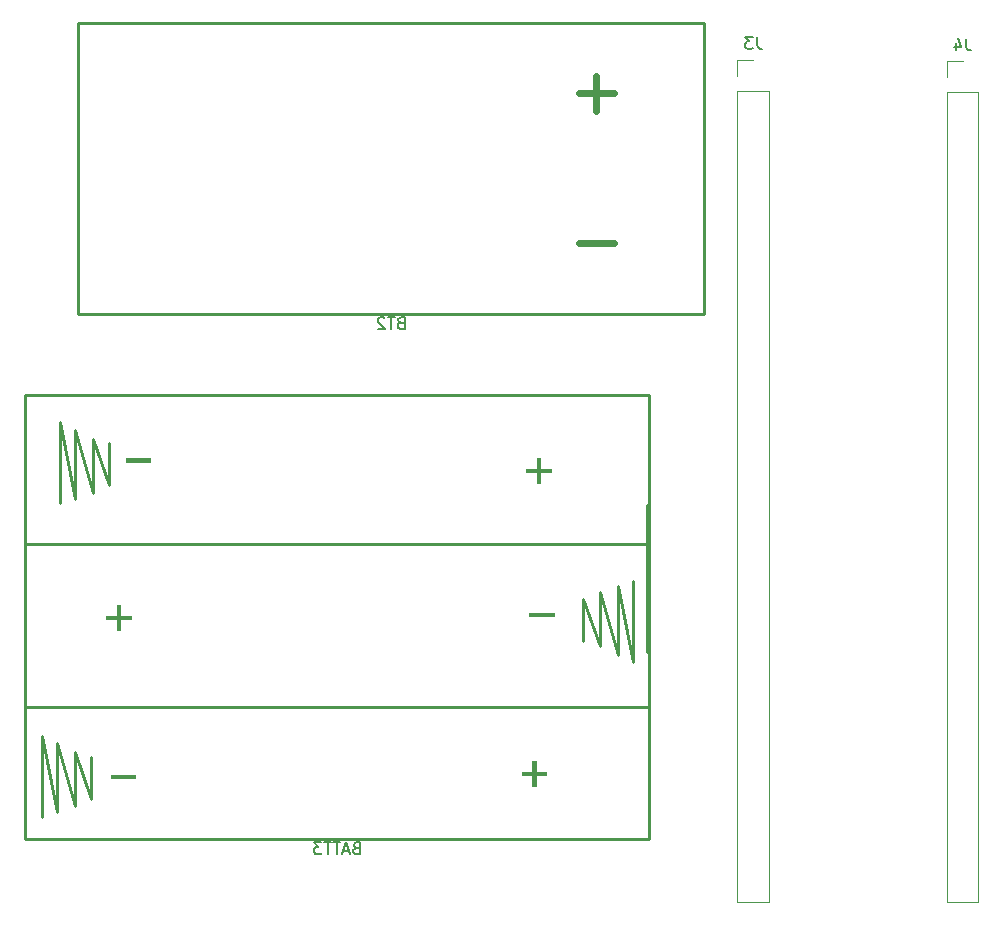
<source format=gbr>
%TF.GenerationSoftware,KiCad,Pcbnew,9.0.0*%
%TF.CreationDate,2025-11-19T14:43:49-05:00*%
%TF.ProjectId,ECE_362_final_proj,4543455f-3336-4325-9f66-696e616c5f70,rev?*%
%TF.SameCoordinates,Original*%
%TF.FileFunction,Legend,Bot*%
%TF.FilePolarity,Positive*%
%FSLAX46Y46*%
G04 Gerber Fmt 4.6, Leading zero omitted, Abs format (unit mm)*
G04 Created by KiCad (PCBNEW 9.0.0) date 2025-11-19 14:43:49*
%MOMM*%
%LPD*%
G01*
G04 APERTURE LIST*
%ADD10C,0.150000*%
%ADD11C,0.120000*%
%ADD12C,0.254000*%
%ADD13C,0.000000*%
%ADD14C,0.600000*%
G04 APERTURE END LIST*
D10*
X27974533Y-1076419D02*
X27974533Y-1790704D01*
X27974533Y-1790704D02*
X28022152Y-1933561D01*
X28022152Y-1933561D02*
X28117390Y-2028800D01*
X28117390Y-2028800D02*
X28260247Y-2076419D01*
X28260247Y-2076419D02*
X28355485Y-2076419D01*
X27069771Y-1409752D02*
X27069771Y-2076419D01*
X27307866Y-1028800D02*
X27545961Y-1743085D01*
X27545961Y-1743085D02*
X26926914Y-1743085D01*
X-23673761Y-69596009D02*
X-23816618Y-69643628D01*
X-23816618Y-69643628D02*
X-23864237Y-69691247D01*
X-23864237Y-69691247D02*
X-23911856Y-69786485D01*
X-23911856Y-69786485D02*
X-23911856Y-69929342D01*
X-23911856Y-69929342D02*
X-23864237Y-70024580D01*
X-23864237Y-70024580D02*
X-23816618Y-70072200D01*
X-23816618Y-70072200D02*
X-23721380Y-70119819D01*
X-23721380Y-70119819D02*
X-23340428Y-70119819D01*
X-23340428Y-70119819D02*
X-23340428Y-69119819D01*
X-23340428Y-69119819D02*
X-23673761Y-69119819D01*
X-23673761Y-69119819D02*
X-23768999Y-69167438D01*
X-23768999Y-69167438D02*
X-23816618Y-69215057D01*
X-23816618Y-69215057D02*
X-23864237Y-69310295D01*
X-23864237Y-69310295D02*
X-23864237Y-69405533D01*
X-23864237Y-69405533D02*
X-23816618Y-69500771D01*
X-23816618Y-69500771D02*
X-23768999Y-69548390D01*
X-23768999Y-69548390D02*
X-23673761Y-69596009D01*
X-23673761Y-69596009D02*
X-23340428Y-69596009D01*
X-24292809Y-69834104D02*
X-24768999Y-69834104D01*
X-24197571Y-70119819D02*
X-24530904Y-69119819D01*
X-24530904Y-69119819D02*
X-24864237Y-70119819D01*
X-25054714Y-69119819D02*
X-25626142Y-69119819D01*
X-25340428Y-70119819D02*
X-25340428Y-69119819D01*
X-25816619Y-69119819D02*
X-26388047Y-69119819D01*
X-26102333Y-70119819D02*
X-26102333Y-69119819D01*
X-26626143Y-69119819D02*
X-27245190Y-69119819D01*
X-27245190Y-69119819D02*
X-26911857Y-69500771D01*
X-26911857Y-69500771D02*
X-27054714Y-69500771D01*
X-27054714Y-69500771D02*
X-27149952Y-69548390D01*
X-27149952Y-69548390D02*
X-27197571Y-69596009D01*
X-27197571Y-69596009D02*
X-27245190Y-69691247D01*
X-27245190Y-69691247D02*
X-27245190Y-69929342D01*
X-27245190Y-69929342D02*
X-27197571Y-70024580D01*
X-27197571Y-70024580D02*
X-27149952Y-70072200D01*
X-27149952Y-70072200D02*
X-27054714Y-70119819D01*
X-27054714Y-70119819D02*
X-26769000Y-70119819D01*
X-26769000Y-70119819D02*
X-26673762Y-70072200D01*
X-26673762Y-70072200D02*
X-26626143Y-70024580D01*
X10265333Y-931819D02*
X10265333Y-1646104D01*
X10265333Y-1646104D02*
X10312952Y-1788961D01*
X10312952Y-1788961D02*
X10408190Y-1884200D01*
X10408190Y-1884200D02*
X10551047Y-1931819D01*
X10551047Y-1931819D02*
X10646285Y-1931819D01*
X9884380Y-931819D02*
X9265333Y-931819D01*
X9265333Y-931819D02*
X9598666Y-1312771D01*
X9598666Y-1312771D02*
X9455809Y-1312771D01*
X9455809Y-1312771D02*
X9360571Y-1360390D01*
X9360571Y-1360390D02*
X9312952Y-1408009D01*
X9312952Y-1408009D02*
X9265333Y-1503247D01*
X9265333Y-1503247D02*
X9265333Y-1741342D01*
X9265333Y-1741342D02*
X9312952Y-1836580D01*
X9312952Y-1836580D02*
X9360571Y-1884200D01*
X9360571Y-1884200D02*
X9455809Y-1931819D01*
X9455809Y-1931819D02*
X9741523Y-1931819D01*
X9741523Y-1931819D02*
X9836761Y-1884200D01*
X9836761Y-1884200D02*
X9884380Y-1836580D01*
X-19908285Y-25125009D02*
X-20051142Y-25172628D01*
X-20051142Y-25172628D02*
X-20098761Y-25220247D01*
X-20098761Y-25220247D02*
X-20146380Y-25315485D01*
X-20146380Y-25315485D02*
X-20146380Y-25458342D01*
X-20146380Y-25458342D02*
X-20098761Y-25553580D01*
X-20098761Y-25553580D02*
X-20051142Y-25601200D01*
X-20051142Y-25601200D02*
X-19955904Y-25648819D01*
X-19955904Y-25648819D02*
X-19574952Y-25648819D01*
X-19574952Y-25648819D02*
X-19574952Y-24648819D01*
X-19574952Y-24648819D02*
X-19908285Y-24648819D01*
X-19908285Y-24648819D02*
X-20003523Y-24696438D01*
X-20003523Y-24696438D02*
X-20051142Y-24744057D01*
X-20051142Y-24744057D02*
X-20098761Y-24839295D01*
X-20098761Y-24839295D02*
X-20098761Y-24934533D01*
X-20098761Y-24934533D02*
X-20051142Y-25029771D01*
X-20051142Y-25029771D02*
X-20003523Y-25077390D01*
X-20003523Y-25077390D02*
X-19908285Y-25125009D01*
X-19908285Y-25125009D02*
X-19574952Y-25125009D01*
X-20432095Y-24648819D02*
X-21003523Y-24648819D01*
X-20717809Y-25648819D02*
X-20717809Y-24648819D01*
X-21289238Y-24744057D02*
X-21336857Y-24696438D01*
X-21336857Y-24696438D02*
X-21432095Y-24648819D01*
X-21432095Y-24648819D02*
X-21670190Y-24648819D01*
X-21670190Y-24648819D02*
X-21765428Y-24696438D01*
X-21765428Y-24696438D02*
X-21813047Y-24744057D01*
X-21813047Y-24744057D02*
X-21860666Y-24839295D01*
X-21860666Y-24839295D02*
X-21860666Y-24934533D01*
X-21860666Y-24934533D02*
X-21813047Y-25077390D01*
X-21813047Y-25077390D02*
X-21241619Y-25648819D01*
X-21241619Y-25648819D02*
X-21860666Y-25648819D01*
D11*
%TO.C,J4*%
X26331200Y-2951600D02*
X26331200Y-4281600D01*
X26331200Y-5551600D02*
X26331200Y-74191600D01*
X27661200Y-2951600D02*
X26331200Y-2951600D01*
X28991200Y-5551600D02*
X26331200Y-5551600D01*
X28991200Y-5551600D02*
X28991200Y-74191600D01*
X28991200Y-74191600D02*
X26331200Y-74191600D01*
D12*
%TO.C,BATT3*%
X-51685000Y-31246000D02*
X1147000Y-31246000D01*
X-51685000Y-43883000D02*
X1147000Y-43883000D01*
X-51685000Y-57618000D02*
X1147000Y-57618000D01*
X-51685000Y-68838000D02*
X-51685000Y-31246000D01*
X-50288000Y-60075000D02*
X-49018000Y-66552000D01*
X-50288000Y-66933000D02*
X-50288000Y-60075000D01*
X-49018000Y-60710000D02*
X-47494000Y-66044000D01*
X-49018000Y-66552000D02*
X-49018000Y-60710000D01*
X-48764000Y-33532000D02*
X-47494000Y-40009000D01*
X-48764000Y-40390000D02*
X-48764000Y-33532000D01*
X-47494000Y-34167000D02*
X-45970000Y-39501000D01*
X-47494000Y-40009000D02*
X-47494000Y-34167000D01*
X-47494000Y-61472000D02*
X-46097000Y-65409000D01*
X-47494000Y-66044000D02*
X-47494000Y-61472000D01*
X-46097000Y-65409000D02*
X-46097000Y-61853000D01*
X-45970000Y-34929000D02*
X-44573000Y-38866000D01*
X-45970000Y-39501000D02*
X-45970000Y-34929000D01*
X-44573000Y-38866000D02*
X-44573000Y-35310000D01*
X-4441000Y-48518000D02*
X-4441000Y-52074000D01*
X-3044000Y-47883000D02*
X-3044000Y-52455000D01*
X-3044000Y-52455000D02*
X-4441000Y-48518000D01*
X-1520000Y-47375000D02*
X-1520000Y-53217000D01*
X-1520000Y-53217000D02*
X-3044000Y-47883000D01*
X-250000Y-46994000D02*
X-250000Y-53852000D01*
X-250000Y-53852000D02*
X-1520000Y-47375000D01*
X948500Y-52963000D02*
X948500Y-40517000D01*
X1147000Y-31246000D02*
X1147000Y-68838000D01*
X1147000Y-68838000D02*
X-51685000Y-68838000D01*
D13*
G36*
X-42668000Y-50296000D02*
G01*
X-44827000Y-50296000D01*
X-44827000Y-49915000D01*
X-42668000Y-49915000D01*
X-42668000Y-50296000D01*
G37*
G36*
X-42287000Y-63758000D02*
G01*
X-44446000Y-63758000D01*
X-44446000Y-63377000D01*
X-42287000Y-63377000D01*
X-42287000Y-63758000D01*
G37*
G36*
X-43557000Y-51185000D02*
G01*
X-43938000Y-51185000D01*
X-43938000Y-49026000D01*
X-43557000Y-49026000D01*
X-43557000Y-51185000D01*
G37*
G36*
X-41017000Y-36961000D02*
G01*
X-43176000Y-36961000D01*
X-43176000Y-36580000D01*
X-41017000Y-36580000D01*
X-41017000Y-36961000D01*
G37*
G36*
X-7489000Y-63504000D02*
G01*
X-9648000Y-63504000D01*
X-9648000Y-63123000D01*
X-7489000Y-63123000D01*
X-7489000Y-63504000D01*
G37*
G36*
X-7108000Y-37850000D02*
G01*
X-9267000Y-37850000D01*
X-9267000Y-37469000D01*
X-7108000Y-37469000D01*
X-7108000Y-37850000D01*
G37*
G36*
X-6854000Y-50042000D02*
G01*
X-9013000Y-50042000D01*
X-9013000Y-49661000D01*
X-6854000Y-49661000D01*
X-6854000Y-50042000D01*
G37*
G36*
X-8378000Y-64393000D02*
G01*
X-8759000Y-64393000D01*
X-8759000Y-62234000D01*
X-8378000Y-62234000D01*
X-8378000Y-64393000D01*
G37*
G36*
X-7997000Y-38739000D02*
G01*
X-8378000Y-38739000D01*
X-8378000Y-36580000D01*
X-7997000Y-36580000D01*
X-7997000Y-38739000D01*
G37*
D11*
%TO.C,J3*%
X8602000Y-2917000D02*
X8602000Y-4247000D01*
X8602000Y-5517000D02*
X8602000Y-74157000D01*
X9932000Y-2917000D02*
X8602000Y-2917000D01*
X11262000Y-5517000D02*
X8602000Y-5517000D01*
X11262000Y-5517000D02*
X11262000Y-74157000D01*
X11262000Y-74157000D02*
X8602000Y-74157000D01*
D12*
%TO.C,BT2*%
X-47194000Y233000D02*
X5806000Y233000D01*
X-47194000Y-24367000D02*
X-47194000Y233000D01*
D14*
X-4844000Y-5715500D02*
X-1844000Y-5715500D01*
X-4844000Y-18417000D02*
X-1844000Y-18417000D01*
X-3412000Y-4217000D02*
X-3412000Y-7217000D01*
D12*
X5806000Y233000D02*
X5806000Y-24367000D01*
X5806000Y-24367000D02*
X-47144000Y-24367000D01*
%TD*%
M02*

</source>
